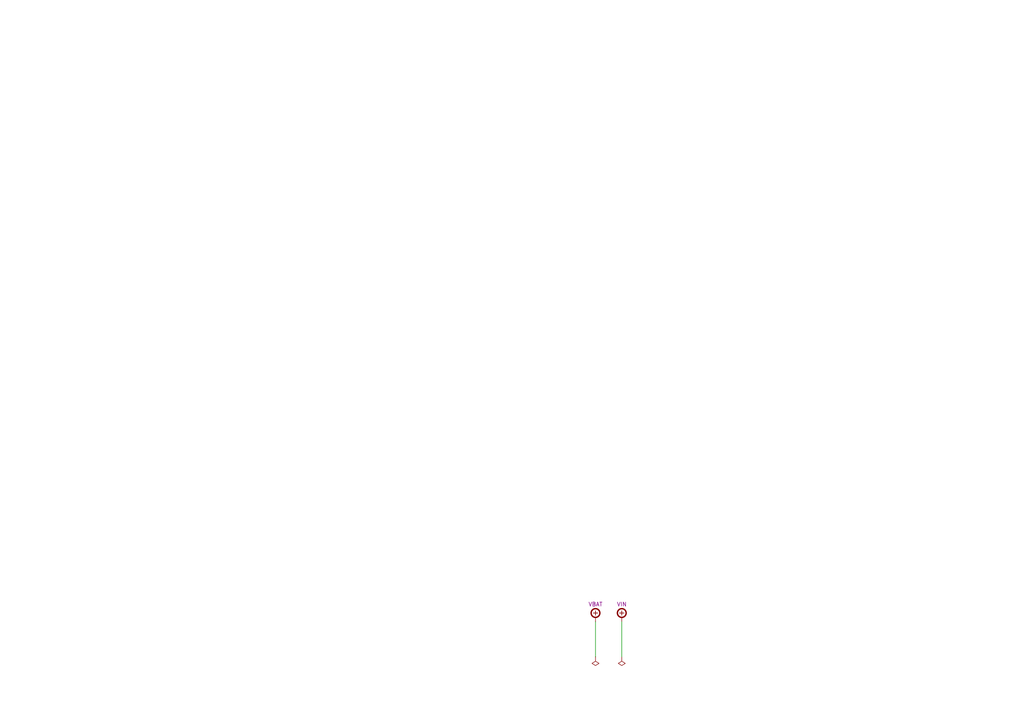
<source format=kicad_sch>
(kicad_sch (version 20211123) (generator eeschema)
  (paper "A4")
  (title_block (title "Power") (date "01/2022") (rev "A") (comment 1 "TBOT - MCU PIC-16Bit"))
  (lib_symbols
    (symbol "tronixio:POWER-VBAT" (power) (pin_numbers hide) (pin_names (offset 0) hide)
      (property "Name" "VBAT" (at 0 5.08 0))
      (symbol "POWER-VBAT_0_1"
        (polyline (pts (xy -0.635 2.54) (xy 0.635 2.54)) (stroke (width 0.2)))
        (polyline (pts (xy 0 1.905) (xy 0 3.175)) (stroke (width 0.2)))
        (circle (center 0 2.54) (radius 1.27) (stroke (width 0.4)))
      )
      (symbol "POWER-VBAT_1_1"
        (pin power_in line (at 0 0 90) (length 1.27) (name "VBAT") (number "1"))
      )
    )
    (symbol "tronixio:POWER-VIN" (power) (pin_numbers hide) (pin_names (offset 0) hide)
      (property "Name" "VIN" (at 0 5.08 0))
      (symbol "POWER-VIN_0_1"
        (polyline (pts (xy -0.635 2.54) (xy 0.635 2.54)) (stroke (width 0.2)))
        (polyline (pts (xy 0 1.905) (xy 0 3.175)) (stroke (width 0.2)))
        (circle (center 0 2.54) (radius 1.27) (stroke (width 0.4)))
      )
      (symbol "POWER-VIN_1_1"
        (pin power_in line (at 0 0 90) (length 1.27) (name "VIN") (number "1"))
      )
    )
    (symbol "tronixio:PWR_FLAG" (power) (pin_numbers hide) (pin_names (offset 0) hide)
      (symbol "PWR_FLAG_0_0"
        (pin power_out line (at 0 0 90) (length 0) (name "pwr") (number "1"))
      )
      (symbol "PWR_FLAG_0_1"
        (polyline (pts (xy 0 0) (xy 0 1.27) (xy -1.016 1.905) (xy 0 2.54) (xy 1.016 1.905) (xy 0 1.27)))
      )
    )
  )
  (wire (pts (xy 172.72 180.34) (xy 172.72 190.5)))
  (wire (pts (xy 180.34 180.34) (xy 180.34 190.5)))
  (symbol (lib_id "tronixio:POWER-VBAT") (at 172.72 180.34 0) (unit 1)
    (property "Reference" "#PWR0214" (effects hide))
    (property "Value" "VBAT" (effects hide))
    (property "Name" "VBAT" (at 172.72 175.26 0) (effects (font (size 1.15 1.15))))
  )
  (symbol (lib_id "tronixio:PWR_FLAG") (at 172.72 190.5 180) (unit 1)
    (property "Reference" "#FLG0201" (effects hide))
    (property "Value" "PWR_FLAG" (effects hide))
  )
  (symbol (lib_id "tronixio:PWR_FLAG") (at 180.34 190.5 180) (unit 1)
    (property "Reference" "#FLG0202" (effects hide))
    (property "Value" "PWR_FLAG" (effects hide))
  )
  (symbol (lib_id "tronixio:POWER-VIN") (at 180.34 180.34 0) (unit 1)
    (property "Reference" "#PWR0215" (effects hide))
    (property "Value" "VIN" (effects hide))
    (property "Name" "VIN" (at 180.34 175.26 0) (effects (font (size 1.15 1.15))))
  )
)
</source>
